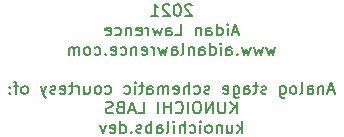
<source format=gbr>
G04 #@! TF.GenerationSoftware,KiCad,Pcbnew,(5.1.8)-1*
G04 #@! TF.CreationDate,2021-01-07T15:01:17-08:00*
G04 #@! TF.ProjectId,MegaBlaster2,4d656761-426c-4617-9374-6572322e6b69,rev?*
G04 #@! TF.SameCoordinates,Original*
G04 #@! TF.FileFunction,Legend,Bot*
G04 #@! TF.FilePolarity,Positive*
%FSLAX46Y46*%
G04 Gerber Fmt 4.6, Leading zero omitted, Abs format (unit mm)*
G04 Created by KiCad (PCBNEW (5.1.8)-1) date 2021-01-07 15:01:17*
%MOMM*%
%LPD*%
G01*
G04 APERTURE LIST*
%ADD10C,0.150000*%
G04 APERTURE END LIST*
D10*
X133095785Y-119756119D02*
X133048166Y-119708500D01*
X132952928Y-119660880D01*
X132714833Y-119660880D01*
X132619595Y-119708500D01*
X132571976Y-119756119D01*
X132524357Y-119851357D01*
X132524357Y-119946595D01*
X132571976Y-120089452D01*
X133143404Y-120660880D01*
X132524357Y-120660880D01*
X131905309Y-119660880D02*
X131810071Y-119660880D01*
X131714833Y-119708500D01*
X131667214Y-119756119D01*
X131619595Y-119851357D01*
X131571976Y-120041833D01*
X131571976Y-120279928D01*
X131619595Y-120470404D01*
X131667214Y-120565642D01*
X131714833Y-120613261D01*
X131810071Y-120660880D01*
X131905309Y-120660880D01*
X132000547Y-120613261D01*
X132048166Y-120565642D01*
X132095785Y-120470404D01*
X132143404Y-120279928D01*
X132143404Y-120041833D01*
X132095785Y-119851357D01*
X132048166Y-119756119D01*
X132000547Y-119708500D01*
X131905309Y-119660880D01*
X131191023Y-119756119D02*
X131143404Y-119708500D01*
X131048166Y-119660880D01*
X130810071Y-119660880D01*
X130714833Y-119708500D01*
X130667214Y-119756119D01*
X130619595Y-119851357D01*
X130619595Y-119946595D01*
X130667214Y-120089452D01*
X131238642Y-120660880D01*
X130619595Y-120660880D01*
X129667214Y-120660880D02*
X130238642Y-120660880D01*
X129952928Y-120660880D02*
X129952928Y-119660880D01*
X130048166Y-119803738D01*
X130143404Y-119898976D01*
X130238642Y-119946595D01*
X137024357Y-122025166D02*
X136548166Y-122025166D01*
X137119595Y-122310880D02*
X136786261Y-121310880D01*
X136452928Y-122310880D01*
X136119595Y-122310880D02*
X136119595Y-121644214D01*
X136119595Y-121310880D02*
X136167214Y-121358500D01*
X136119595Y-121406119D01*
X136071976Y-121358500D01*
X136119595Y-121310880D01*
X136119595Y-121406119D01*
X135214833Y-122310880D02*
X135214833Y-121310880D01*
X135214833Y-122263261D02*
X135310071Y-122310880D01*
X135500547Y-122310880D01*
X135595785Y-122263261D01*
X135643404Y-122215642D01*
X135691023Y-122120404D01*
X135691023Y-121834690D01*
X135643404Y-121739452D01*
X135595785Y-121691833D01*
X135500547Y-121644214D01*
X135310071Y-121644214D01*
X135214833Y-121691833D01*
X134310071Y-122310880D02*
X134310071Y-121787071D01*
X134357690Y-121691833D01*
X134452928Y-121644214D01*
X134643404Y-121644214D01*
X134738642Y-121691833D01*
X134310071Y-122263261D02*
X134405309Y-122310880D01*
X134643404Y-122310880D01*
X134738642Y-122263261D01*
X134786261Y-122168023D01*
X134786261Y-122072785D01*
X134738642Y-121977547D01*
X134643404Y-121929928D01*
X134405309Y-121929928D01*
X134310071Y-121882309D01*
X133833880Y-121644214D02*
X133833880Y-122310880D01*
X133833880Y-121739452D02*
X133786261Y-121691833D01*
X133691023Y-121644214D01*
X133548166Y-121644214D01*
X133452928Y-121691833D01*
X133405309Y-121787071D01*
X133405309Y-122310880D01*
X131691023Y-122310880D02*
X132167214Y-122310880D01*
X132167214Y-121310880D01*
X130929119Y-122310880D02*
X130929119Y-121787071D01*
X130976738Y-121691833D01*
X131071976Y-121644214D01*
X131262452Y-121644214D01*
X131357690Y-121691833D01*
X130929119Y-122263261D02*
X131024357Y-122310880D01*
X131262452Y-122310880D01*
X131357690Y-122263261D01*
X131405309Y-122168023D01*
X131405309Y-122072785D01*
X131357690Y-121977547D01*
X131262452Y-121929928D01*
X131024357Y-121929928D01*
X130929119Y-121882309D01*
X130548166Y-121644214D02*
X130357690Y-122310880D01*
X130167214Y-121834690D01*
X129976738Y-122310880D01*
X129786261Y-121644214D01*
X129405309Y-122310880D02*
X129405309Y-121644214D01*
X129405309Y-121834690D02*
X129357690Y-121739452D01*
X129310071Y-121691833D01*
X129214833Y-121644214D01*
X129119595Y-121644214D01*
X128405309Y-122263261D02*
X128500547Y-122310880D01*
X128691023Y-122310880D01*
X128786261Y-122263261D01*
X128833880Y-122168023D01*
X128833880Y-121787071D01*
X128786261Y-121691833D01*
X128691023Y-121644214D01*
X128500547Y-121644214D01*
X128405309Y-121691833D01*
X128357690Y-121787071D01*
X128357690Y-121882309D01*
X128833880Y-121977547D01*
X127929119Y-121644214D02*
X127929119Y-122310880D01*
X127929119Y-121739452D02*
X127881500Y-121691833D01*
X127786261Y-121644214D01*
X127643404Y-121644214D01*
X127548166Y-121691833D01*
X127500547Y-121787071D01*
X127500547Y-122310880D01*
X126595785Y-122263261D02*
X126691023Y-122310880D01*
X126881500Y-122310880D01*
X126976738Y-122263261D01*
X127024357Y-122215642D01*
X127071976Y-122120404D01*
X127071976Y-121834690D01*
X127024357Y-121739452D01*
X126976738Y-121691833D01*
X126881500Y-121644214D01*
X126691023Y-121644214D01*
X126595785Y-121691833D01*
X125786261Y-122263261D02*
X125881500Y-122310880D01*
X126071976Y-122310880D01*
X126167214Y-122263261D01*
X126214833Y-122168023D01*
X126214833Y-121787071D01*
X126167214Y-121691833D01*
X126071976Y-121644214D01*
X125881500Y-121644214D01*
X125786261Y-121691833D01*
X125738642Y-121787071D01*
X125738642Y-121882309D01*
X126214833Y-121977547D01*
X140167214Y-123294214D02*
X139976738Y-123960880D01*
X139786261Y-123484690D01*
X139595785Y-123960880D01*
X139405309Y-123294214D01*
X139119595Y-123294214D02*
X138929119Y-123960880D01*
X138738642Y-123484690D01*
X138548166Y-123960880D01*
X138357690Y-123294214D01*
X138071976Y-123294214D02*
X137881500Y-123960880D01*
X137691023Y-123484690D01*
X137500547Y-123960880D01*
X137310071Y-123294214D01*
X136929119Y-123865642D02*
X136881500Y-123913261D01*
X136929119Y-123960880D01*
X136976738Y-123913261D01*
X136929119Y-123865642D01*
X136929119Y-123960880D01*
X136024357Y-123960880D02*
X136024357Y-123437071D01*
X136071976Y-123341833D01*
X136167214Y-123294214D01*
X136357690Y-123294214D01*
X136452928Y-123341833D01*
X136024357Y-123913261D02*
X136119595Y-123960880D01*
X136357690Y-123960880D01*
X136452928Y-123913261D01*
X136500547Y-123818023D01*
X136500547Y-123722785D01*
X136452928Y-123627547D01*
X136357690Y-123579928D01*
X136119595Y-123579928D01*
X136024357Y-123532309D01*
X135548166Y-123960880D02*
X135548166Y-123294214D01*
X135548166Y-122960880D02*
X135595785Y-123008500D01*
X135548166Y-123056119D01*
X135500547Y-123008500D01*
X135548166Y-122960880D01*
X135548166Y-123056119D01*
X134643404Y-123960880D02*
X134643404Y-122960880D01*
X134643404Y-123913261D02*
X134738642Y-123960880D01*
X134929119Y-123960880D01*
X135024357Y-123913261D01*
X135071976Y-123865642D01*
X135119595Y-123770404D01*
X135119595Y-123484690D01*
X135071976Y-123389452D01*
X135024357Y-123341833D01*
X134929119Y-123294214D01*
X134738642Y-123294214D01*
X134643404Y-123341833D01*
X133738642Y-123960880D02*
X133738642Y-123437071D01*
X133786261Y-123341833D01*
X133881500Y-123294214D01*
X134071976Y-123294214D01*
X134167214Y-123341833D01*
X133738642Y-123913261D02*
X133833880Y-123960880D01*
X134071976Y-123960880D01*
X134167214Y-123913261D01*
X134214833Y-123818023D01*
X134214833Y-123722785D01*
X134167214Y-123627547D01*
X134071976Y-123579928D01*
X133833880Y-123579928D01*
X133738642Y-123532309D01*
X133262452Y-123294214D02*
X133262452Y-123960880D01*
X133262452Y-123389452D02*
X133214833Y-123341833D01*
X133119595Y-123294214D01*
X132976738Y-123294214D01*
X132881500Y-123341833D01*
X132833880Y-123437071D01*
X132833880Y-123960880D01*
X132214833Y-123960880D02*
X132310071Y-123913261D01*
X132357690Y-123818023D01*
X132357690Y-122960880D01*
X131405309Y-123960880D02*
X131405309Y-123437071D01*
X131452928Y-123341833D01*
X131548166Y-123294214D01*
X131738642Y-123294214D01*
X131833880Y-123341833D01*
X131405309Y-123913261D02*
X131500547Y-123960880D01*
X131738642Y-123960880D01*
X131833880Y-123913261D01*
X131881500Y-123818023D01*
X131881500Y-123722785D01*
X131833880Y-123627547D01*
X131738642Y-123579928D01*
X131500547Y-123579928D01*
X131405309Y-123532309D01*
X131024357Y-123294214D02*
X130833880Y-123960880D01*
X130643404Y-123484690D01*
X130452928Y-123960880D01*
X130262452Y-123294214D01*
X129881500Y-123960880D02*
X129881500Y-123294214D01*
X129881500Y-123484690D02*
X129833880Y-123389452D01*
X129786261Y-123341833D01*
X129691023Y-123294214D01*
X129595785Y-123294214D01*
X128881500Y-123913261D02*
X128976738Y-123960880D01*
X129167214Y-123960880D01*
X129262452Y-123913261D01*
X129310071Y-123818023D01*
X129310071Y-123437071D01*
X129262452Y-123341833D01*
X129167214Y-123294214D01*
X128976738Y-123294214D01*
X128881500Y-123341833D01*
X128833880Y-123437071D01*
X128833880Y-123532309D01*
X129310071Y-123627547D01*
X128405309Y-123294214D02*
X128405309Y-123960880D01*
X128405309Y-123389452D02*
X128357690Y-123341833D01*
X128262452Y-123294214D01*
X128119595Y-123294214D01*
X128024357Y-123341833D01*
X127976738Y-123437071D01*
X127976738Y-123960880D01*
X127071976Y-123913261D02*
X127167214Y-123960880D01*
X127357690Y-123960880D01*
X127452928Y-123913261D01*
X127500547Y-123865642D01*
X127548166Y-123770404D01*
X127548166Y-123484690D01*
X127500547Y-123389452D01*
X127452928Y-123341833D01*
X127357690Y-123294214D01*
X127167214Y-123294214D01*
X127071976Y-123341833D01*
X126262452Y-123913261D02*
X126357690Y-123960880D01*
X126548166Y-123960880D01*
X126643404Y-123913261D01*
X126691023Y-123818023D01*
X126691023Y-123437071D01*
X126643404Y-123341833D01*
X126548166Y-123294214D01*
X126357690Y-123294214D01*
X126262452Y-123341833D01*
X126214833Y-123437071D01*
X126214833Y-123532309D01*
X126691023Y-123627547D01*
X125786261Y-123865642D02*
X125738642Y-123913261D01*
X125786261Y-123960880D01*
X125833880Y-123913261D01*
X125786261Y-123865642D01*
X125786261Y-123960880D01*
X124881500Y-123913261D02*
X124976738Y-123960880D01*
X125167214Y-123960880D01*
X125262452Y-123913261D01*
X125310071Y-123865642D01*
X125357690Y-123770404D01*
X125357690Y-123484690D01*
X125310071Y-123389452D01*
X125262452Y-123341833D01*
X125167214Y-123294214D01*
X124976738Y-123294214D01*
X124881500Y-123341833D01*
X124310071Y-123960880D02*
X124405309Y-123913261D01*
X124452928Y-123865642D01*
X124500547Y-123770404D01*
X124500547Y-123484690D01*
X124452928Y-123389452D01*
X124405309Y-123341833D01*
X124310071Y-123294214D01*
X124167214Y-123294214D01*
X124071976Y-123341833D01*
X124024357Y-123389452D01*
X123976738Y-123484690D01*
X123976738Y-123770404D01*
X124024357Y-123865642D01*
X124071976Y-123913261D01*
X124167214Y-123960880D01*
X124310071Y-123960880D01*
X123548166Y-123960880D02*
X123548166Y-123294214D01*
X123548166Y-123389452D02*
X123500547Y-123341833D01*
X123405309Y-123294214D01*
X123262452Y-123294214D01*
X123167214Y-123341833D01*
X123119595Y-123437071D01*
X123119595Y-123960880D01*
X123119595Y-123437071D02*
X123071976Y-123341833D01*
X122976738Y-123294214D01*
X122833880Y-123294214D01*
X122738642Y-123341833D01*
X122691023Y-123437071D01*
X122691023Y-123960880D01*
X145143404Y-126975166D02*
X144667214Y-126975166D01*
X145238642Y-127260880D02*
X144905309Y-126260880D01*
X144571976Y-127260880D01*
X144238642Y-126594214D02*
X144238642Y-127260880D01*
X144238642Y-126689452D02*
X144191023Y-126641833D01*
X144095785Y-126594214D01*
X143952928Y-126594214D01*
X143857690Y-126641833D01*
X143810071Y-126737071D01*
X143810071Y-127260880D01*
X142905309Y-127260880D02*
X142905309Y-126737071D01*
X142952928Y-126641833D01*
X143048166Y-126594214D01*
X143238642Y-126594214D01*
X143333880Y-126641833D01*
X142905309Y-127213261D02*
X143000547Y-127260880D01*
X143238642Y-127260880D01*
X143333880Y-127213261D01*
X143381500Y-127118023D01*
X143381500Y-127022785D01*
X143333880Y-126927547D01*
X143238642Y-126879928D01*
X143000547Y-126879928D01*
X142905309Y-126832309D01*
X142286261Y-127260880D02*
X142381500Y-127213261D01*
X142429119Y-127118023D01*
X142429119Y-126260880D01*
X141762452Y-127260880D02*
X141857690Y-127213261D01*
X141905309Y-127165642D01*
X141952928Y-127070404D01*
X141952928Y-126784690D01*
X141905309Y-126689452D01*
X141857690Y-126641833D01*
X141762452Y-126594214D01*
X141619595Y-126594214D01*
X141524357Y-126641833D01*
X141476738Y-126689452D01*
X141429119Y-126784690D01*
X141429119Y-127070404D01*
X141476738Y-127165642D01*
X141524357Y-127213261D01*
X141619595Y-127260880D01*
X141762452Y-127260880D01*
X140571976Y-126594214D02*
X140571976Y-127403738D01*
X140619595Y-127498976D01*
X140667214Y-127546595D01*
X140762452Y-127594214D01*
X140905309Y-127594214D01*
X141000547Y-127546595D01*
X140571976Y-127213261D02*
X140667214Y-127260880D01*
X140857690Y-127260880D01*
X140952928Y-127213261D01*
X141000547Y-127165642D01*
X141048166Y-127070404D01*
X141048166Y-126784690D01*
X141000547Y-126689452D01*
X140952928Y-126641833D01*
X140857690Y-126594214D01*
X140667214Y-126594214D01*
X140571976Y-126641833D01*
X139381500Y-127213261D02*
X139286261Y-127260880D01*
X139095785Y-127260880D01*
X139000547Y-127213261D01*
X138952928Y-127118023D01*
X138952928Y-127070404D01*
X139000547Y-126975166D01*
X139095785Y-126927547D01*
X139238642Y-126927547D01*
X139333880Y-126879928D01*
X139381500Y-126784690D01*
X139381500Y-126737071D01*
X139333880Y-126641833D01*
X139238642Y-126594214D01*
X139095785Y-126594214D01*
X139000547Y-126641833D01*
X138667214Y-126594214D02*
X138286261Y-126594214D01*
X138524357Y-126260880D02*
X138524357Y-127118023D01*
X138476738Y-127213261D01*
X138381500Y-127260880D01*
X138286261Y-127260880D01*
X137524357Y-127260880D02*
X137524357Y-126737071D01*
X137571976Y-126641833D01*
X137667214Y-126594214D01*
X137857690Y-126594214D01*
X137952928Y-126641833D01*
X137524357Y-127213261D02*
X137619595Y-127260880D01*
X137857690Y-127260880D01*
X137952928Y-127213261D01*
X138000547Y-127118023D01*
X138000547Y-127022785D01*
X137952928Y-126927547D01*
X137857690Y-126879928D01*
X137619595Y-126879928D01*
X137524357Y-126832309D01*
X136619595Y-126594214D02*
X136619595Y-127403738D01*
X136667214Y-127498976D01*
X136714833Y-127546595D01*
X136810071Y-127594214D01*
X136952928Y-127594214D01*
X137048166Y-127546595D01*
X136619595Y-127213261D02*
X136714833Y-127260880D01*
X136905309Y-127260880D01*
X137000547Y-127213261D01*
X137048166Y-127165642D01*
X137095785Y-127070404D01*
X137095785Y-126784690D01*
X137048166Y-126689452D01*
X137000547Y-126641833D01*
X136905309Y-126594214D01*
X136714833Y-126594214D01*
X136619595Y-126641833D01*
X135762452Y-127213261D02*
X135857690Y-127260880D01*
X136048166Y-127260880D01*
X136143404Y-127213261D01*
X136191023Y-127118023D01*
X136191023Y-126737071D01*
X136143404Y-126641833D01*
X136048166Y-126594214D01*
X135857690Y-126594214D01*
X135762452Y-126641833D01*
X135714833Y-126737071D01*
X135714833Y-126832309D01*
X136191023Y-126927547D01*
X134571976Y-127213261D02*
X134476738Y-127260880D01*
X134286261Y-127260880D01*
X134191023Y-127213261D01*
X134143404Y-127118023D01*
X134143404Y-127070404D01*
X134191023Y-126975166D01*
X134286261Y-126927547D01*
X134429119Y-126927547D01*
X134524357Y-126879928D01*
X134571976Y-126784690D01*
X134571976Y-126737071D01*
X134524357Y-126641833D01*
X134429119Y-126594214D01*
X134286261Y-126594214D01*
X134191023Y-126641833D01*
X133286261Y-127213261D02*
X133381500Y-127260880D01*
X133571976Y-127260880D01*
X133667214Y-127213261D01*
X133714833Y-127165642D01*
X133762452Y-127070404D01*
X133762452Y-126784690D01*
X133714833Y-126689452D01*
X133667214Y-126641833D01*
X133571976Y-126594214D01*
X133381500Y-126594214D01*
X133286261Y-126641833D01*
X132857690Y-127260880D02*
X132857690Y-126260880D01*
X132429119Y-127260880D02*
X132429119Y-126737071D01*
X132476738Y-126641833D01*
X132571976Y-126594214D01*
X132714833Y-126594214D01*
X132810071Y-126641833D01*
X132857690Y-126689452D01*
X131571976Y-127213261D02*
X131667214Y-127260880D01*
X131857690Y-127260880D01*
X131952928Y-127213261D01*
X132000547Y-127118023D01*
X132000547Y-126737071D01*
X131952928Y-126641833D01*
X131857690Y-126594214D01*
X131667214Y-126594214D01*
X131571976Y-126641833D01*
X131524357Y-126737071D01*
X131524357Y-126832309D01*
X132000547Y-126927547D01*
X131095785Y-127260880D02*
X131095785Y-126594214D01*
X131095785Y-126689452D02*
X131048166Y-126641833D01*
X130952928Y-126594214D01*
X130810071Y-126594214D01*
X130714833Y-126641833D01*
X130667214Y-126737071D01*
X130667214Y-127260880D01*
X130667214Y-126737071D02*
X130619595Y-126641833D01*
X130524357Y-126594214D01*
X130381500Y-126594214D01*
X130286261Y-126641833D01*
X130238642Y-126737071D01*
X130238642Y-127260880D01*
X129333880Y-127260880D02*
X129333880Y-126737071D01*
X129381500Y-126641833D01*
X129476738Y-126594214D01*
X129667214Y-126594214D01*
X129762452Y-126641833D01*
X129333880Y-127213261D02*
X129429119Y-127260880D01*
X129667214Y-127260880D01*
X129762452Y-127213261D01*
X129810071Y-127118023D01*
X129810071Y-127022785D01*
X129762452Y-126927547D01*
X129667214Y-126879928D01*
X129429119Y-126879928D01*
X129333880Y-126832309D01*
X129000547Y-126594214D02*
X128619595Y-126594214D01*
X128857690Y-126260880D02*
X128857690Y-127118023D01*
X128810071Y-127213261D01*
X128714833Y-127260880D01*
X128619595Y-127260880D01*
X128286261Y-127260880D02*
X128286261Y-126594214D01*
X128286261Y-126260880D02*
X128333880Y-126308500D01*
X128286261Y-126356119D01*
X128238642Y-126308500D01*
X128286261Y-126260880D01*
X128286261Y-126356119D01*
X127381500Y-127213261D02*
X127476738Y-127260880D01*
X127667214Y-127260880D01*
X127762452Y-127213261D01*
X127810071Y-127165642D01*
X127857690Y-127070404D01*
X127857690Y-126784690D01*
X127810071Y-126689452D01*
X127762452Y-126641833D01*
X127667214Y-126594214D01*
X127476738Y-126594214D01*
X127381500Y-126641833D01*
X125762452Y-127213261D02*
X125857690Y-127260880D01*
X126048166Y-127260880D01*
X126143404Y-127213261D01*
X126191023Y-127165642D01*
X126238642Y-127070404D01*
X126238642Y-126784690D01*
X126191023Y-126689452D01*
X126143404Y-126641833D01*
X126048166Y-126594214D01*
X125857690Y-126594214D01*
X125762452Y-126641833D01*
X125191023Y-127260880D02*
X125286261Y-127213261D01*
X125333880Y-127165642D01*
X125381500Y-127070404D01*
X125381500Y-126784690D01*
X125333880Y-126689452D01*
X125286261Y-126641833D01*
X125191023Y-126594214D01*
X125048166Y-126594214D01*
X124952928Y-126641833D01*
X124905309Y-126689452D01*
X124857690Y-126784690D01*
X124857690Y-127070404D01*
X124905309Y-127165642D01*
X124952928Y-127213261D01*
X125048166Y-127260880D01*
X125191023Y-127260880D01*
X124000547Y-126594214D02*
X124000547Y-127260880D01*
X124429119Y-126594214D02*
X124429119Y-127118023D01*
X124381500Y-127213261D01*
X124286261Y-127260880D01*
X124143404Y-127260880D01*
X124048166Y-127213261D01*
X124000547Y-127165642D01*
X123524357Y-127260880D02*
X123524357Y-126594214D01*
X123524357Y-126784690D02*
X123476738Y-126689452D01*
X123429119Y-126641833D01*
X123333880Y-126594214D01*
X123238642Y-126594214D01*
X123048166Y-126594214D02*
X122667214Y-126594214D01*
X122905309Y-126260880D02*
X122905309Y-127118023D01*
X122857690Y-127213261D01*
X122762452Y-127260880D01*
X122667214Y-127260880D01*
X121952928Y-127213261D02*
X122048166Y-127260880D01*
X122238642Y-127260880D01*
X122333880Y-127213261D01*
X122381500Y-127118023D01*
X122381500Y-126737071D01*
X122333880Y-126641833D01*
X122238642Y-126594214D01*
X122048166Y-126594214D01*
X121952928Y-126641833D01*
X121905309Y-126737071D01*
X121905309Y-126832309D01*
X122381500Y-126927547D01*
X121524357Y-127213261D02*
X121429119Y-127260880D01*
X121238642Y-127260880D01*
X121143404Y-127213261D01*
X121095785Y-127118023D01*
X121095785Y-127070404D01*
X121143404Y-126975166D01*
X121238642Y-126927547D01*
X121381500Y-126927547D01*
X121476738Y-126879928D01*
X121524357Y-126784690D01*
X121524357Y-126737071D01*
X121476738Y-126641833D01*
X121381500Y-126594214D01*
X121238642Y-126594214D01*
X121143404Y-126641833D01*
X120762452Y-126594214D02*
X120524357Y-127260880D01*
X120286261Y-126594214D02*
X120524357Y-127260880D01*
X120619595Y-127498976D01*
X120667214Y-127546595D01*
X120762452Y-127594214D01*
X119000547Y-127260880D02*
X119095785Y-127213261D01*
X119143404Y-127165642D01*
X119191023Y-127070404D01*
X119191023Y-126784690D01*
X119143404Y-126689452D01*
X119095785Y-126641833D01*
X119000547Y-126594214D01*
X118857690Y-126594214D01*
X118762452Y-126641833D01*
X118714833Y-126689452D01*
X118667214Y-126784690D01*
X118667214Y-127070404D01*
X118714833Y-127165642D01*
X118762452Y-127213261D01*
X118857690Y-127260880D01*
X119000547Y-127260880D01*
X118381500Y-126594214D02*
X118000547Y-126594214D01*
X118238642Y-127260880D02*
X118238642Y-126403738D01*
X118191023Y-126308500D01*
X118095785Y-126260880D01*
X118000547Y-126260880D01*
X117667214Y-127165642D02*
X117619595Y-127213261D01*
X117667214Y-127260880D01*
X117714833Y-127213261D01*
X117667214Y-127165642D01*
X117667214Y-127260880D01*
X117667214Y-126641833D02*
X117619595Y-126689452D01*
X117667214Y-126737071D01*
X117714833Y-126689452D01*
X117667214Y-126641833D01*
X117667214Y-126737071D01*
X136905309Y-128910880D02*
X136905309Y-127910880D01*
X136333880Y-128910880D02*
X136762452Y-128339452D01*
X136333880Y-127910880D02*
X136905309Y-128482309D01*
X135905309Y-127910880D02*
X135905309Y-128720404D01*
X135857690Y-128815642D01*
X135810071Y-128863261D01*
X135714833Y-128910880D01*
X135524357Y-128910880D01*
X135429119Y-128863261D01*
X135381500Y-128815642D01*
X135333880Y-128720404D01*
X135333880Y-127910880D01*
X134857690Y-128910880D02*
X134857690Y-127910880D01*
X134286261Y-128910880D01*
X134286261Y-127910880D01*
X133619595Y-127910880D02*
X133429119Y-127910880D01*
X133333880Y-127958500D01*
X133238642Y-128053738D01*
X133191023Y-128244214D01*
X133191023Y-128577547D01*
X133238642Y-128768023D01*
X133333880Y-128863261D01*
X133429119Y-128910880D01*
X133619595Y-128910880D01*
X133714833Y-128863261D01*
X133810071Y-128768023D01*
X133857690Y-128577547D01*
X133857690Y-128244214D01*
X133810071Y-128053738D01*
X133714833Y-127958500D01*
X133619595Y-127910880D01*
X132762452Y-128910880D02*
X132762452Y-127910880D01*
X131714833Y-128815642D02*
X131762452Y-128863261D01*
X131905309Y-128910880D01*
X132000547Y-128910880D01*
X132143404Y-128863261D01*
X132238642Y-128768023D01*
X132286261Y-128672785D01*
X132333880Y-128482309D01*
X132333880Y-128339452D01*
X132286261Y-128148976D01*
X132238642Y-128053738D01*
X132143404Y-127958500D01*
X132000547Y-127910880D01*
X131905309Y-127910880D01*
X131762452Y-127958500D01*
X131714833Y-128006119D01*
X131286261Y-128910880D02*
X131286261Y-127910880D01*
X131286261Y-128387071D02*
X130714833Y-128387071D01*
X130714833Y-128910880D02*
X130714833Y-127910880D01*
X130238642Y-128910880D02*
X130238642Y-127910880D01*
X128524357Y-128910880D02*
X129000547Y-128910880D01*
X129000547Y-127910880D01*
X128238642Y-128625166D02*
X127762452Y-128625166D01*
X128333880Y-128910880D02*
X128000547Y-127910880D01*
X127667214Y-128910880D01*
X127000547Y-128387071D02*
X126857690Y-128434690D01*
X126810071Y-128482309D01*
X126762452Y-128577547D01*
X126762452Y-128720404D01*
X126810071Y-128815642D01*
X126857690Y-128863261D01*
X126952928Y-128910880D01*
X127333880Y-128910880D01*
X127333880Y-127910880D01*
X127000547Y-127910880D01*
X126905309Y-127958500D01*
X126857690Y-128006119D01*
X126810071Y-128101357D01*
X126810071Y-128196595D01*
X126857690Y-128291833D01*
X126905309Y-128339452D01*
X127000547Y-128387071D01*
X127333880Y-128387071D01*
X126381500Y-128863261D02*
X126238642Y-128910880D01*
X126000547Y-128910880D01*
X125905309Y-128863261D01*
X125857690Y-128815642D01*
X125810071Y-128720404D01*
X125810071Y-128625166D01*
X125857690Y-128529928D01*
X125905309Y-128482309D01*
X126000547Y-128434690D01*
X126191023Y-128387071D01*
X126286261Y-128339452D01*
X126333880Y-128291833D01*
X126381500Y-128196595D01*
X126381500Y-128101357D01*
X126333880Y-128006119D01*
X126286261Y-127958500D01*
X126191023Y-127910880D01*
X125952928Y-127910880D01*
X125810071Y-127958500D01*
X137333880Y-130560880D02*
X137333880Y-129560880D01*
X137238642Y-130179928D02*
X136952928Y-130560880D01*
X136952928Y-129894214D02*
X137333880Y-130275166D01*
X136095785Y-129894214D02*
X136095785Y-130560880D01*
X136524357Y-129894214D02*
X136524357Y-130418023D01*
X136476738Y-130513261D01*
X136381500Y-130560880D01*
X136238642Y-130560880D01*
X136143404Y-130513261D01*
X136095785Y-130465642D01*
X135619595Y-129894214D02*
X135619595Y-130560880D01*
X135619595Y-129989452D02*
X135571976Y-129941833D01*
X135476738Y-129894214D01*
X135333880Y-129894214D01*
X135238642Y-129941833D01*
X135191023Y-130037071D01*
X135191023Y-130560880D01*
X134571976Y-130560880D02*
X134667214Y-130513261D01*
X134714833Y-130465642D01*
X134762452Y-130370404D01*
X134762452Y-130084690D01*
X134714833Y-129989452D01*
X134667214Y-129941833D01*
X134571976Y-129894214D01*
X134429119Y-129894214D01*
X134333880Y-129941833D01*
X134286261Y-129989452D01*
X134238642Y-130084690D01*
X134238642Y-130370404D01*
X134286261Y-130465642D01*
X134333880Y-130513261D01*
X134429119Y-130560880D01*
X134571976Y-130560880D01*
X133810071Y-130560880D02*
X133810071Y-129894214D01*
X133810071Y-129560880D02*
X133857690Y-129608500D01*
X133810071Y-129656119D01*
X133762452Y-129608500D01*
X133810071Y-129560880D01*
X133810071Y-129656119D01*
X132905309Y-130513261D02*
X133000547Y-130560880D01*
X133191023Y-130560880D01*
X133286261Y-130513261D01*
X133333880Y-130465642D01*
X133381500Y-130370404D01*
X133381500Y-130084690D01*
X133333880Y-129989452D01*
X133286261Y-129941833D01*
X133191023Y-129894214D01*
X133000547Y-129894214D01*
X132905309Y-129941833D01*
X132476738Y-130560880D02*
X132476738Y-129560880D01*
X132048166Y-130560880D02*
X132048166Y-130037071D01*
X132095785Y-129941833D01*
X132191023Y-129894214D01*
X132333880Y-129894214D01*
X132429119Y-129941833D01*
X132476738Y-129989452D01*
X131571976Y-130560880D02*
X131571976Y-129894214D01*
X131571976Y-129560880D02*
X131619595Y-129608500D01*
X131571976Y-129656119D01*
X131524357Y-129608500D01*
X131571976Y-129560880D01*
X131571976Y-129656119D01*
X130952928Y-130560880D02*
X131048166Y-130513261D01*
X131095785Y-130418023D01*
X131095785Y-129560880D01*
X130143404Y-130560880D02*
X130143404Y-130037071D01*
X130191023Y-129941833D01*
X130286261Y-129894214D01*
X130476738Y-129894214D01*
X130571976Y-129941833D01*
X130143404Y-130513261D02*
X130238642Y-130560880D01*
X130476738Y-130560880D01*
X130571976Y-130513261D01*
X130619595Y-130418023D01*
X130619595Y-130322785D01*
X130571976Y-130227547D01*
X130476738Y-130179928D01*
X130238642Y-130179928D01*
X130143404Y-130132309D01*
X129667214Y-130560880D02*
X129667214Y-129560880D01*
X129667214Y-129941833D02*
X129571976Y-129894214D01*
X129381500Y-129894214D01*
X129286261Y-129941833D01*
X129238642Y-129989452D01*
X129191023Y-130084690D01*
X129191023Y-130370404D01*
X129238642Y-130465642D01*
X129286261Y-130513261D01*
X129381500Y-130560880D01*
X129571976Y-130560880D01*
X129667214Y-130513261D01*
X128810071Y-130513261D02*
X128714833Y-130560880D01*
X128524357Y-130560880D01*
X128429119Y-130513261D01*
X128381500Y-130418023D01*
X128381500Y-130370404D01*
X128429119Y-130275166D01*
X128524357Y-130227547D01*
X128667214Y-130227547D01*
X128762452Y-130179928D01*
X128810071Y-130084690D01*
X128810071Y-130037071D01*
X128762452Y-129941833D01*
X128667214Y-129894214D01*
X128524357Y-129894214D01*
X128429119Y-129941833D01*
X127952928Y-130465642D02*
X127905309Y-130513261D01*
X127952928Y-130560880D01*
X128000547Y-130513261D01*
X127952928Y-130465642D01*
X127952928Y-130560880D01*
X127048166Y-130560880D02*
X127048166Y-129560880D01*
X127048166Y-130513261D02*
X127143404Y-130560880D01*
X127333880Y-130560880D01*
X127429119Y-130513261D01*
X127476738Y-130465642D01*
X127524357Y-130370404D01*
X127524357Y-130084690D01*
X127476738Y-129989452D01*
X127429119Y-129941833D01*
X127333880Y-129894214D01*
X127143404Y-129894214D01*
X127048166Y-129941833D01*
X126191023Y-130513261D02*
X126286261Y-130560880D01*
X126476738Y-130560880D01*
X126571976Y-130513261D01*
X126619595Y-130418023D01*
X126619595Y-130037071D01*
X126571976Y-129941833D01*
X126476738Y-129894214D01*
X126286261Y-129894214D01*
X126191023Y-129941833D01*
X126143404Y-130037071D01*
X126143404Y-130132309D01*
X126619595Y-130227547D01*
X125810071Y-129894214D02*
X125571976Y-130560880D01*
X125333880Y-129894214D01*
M02*

</source>
